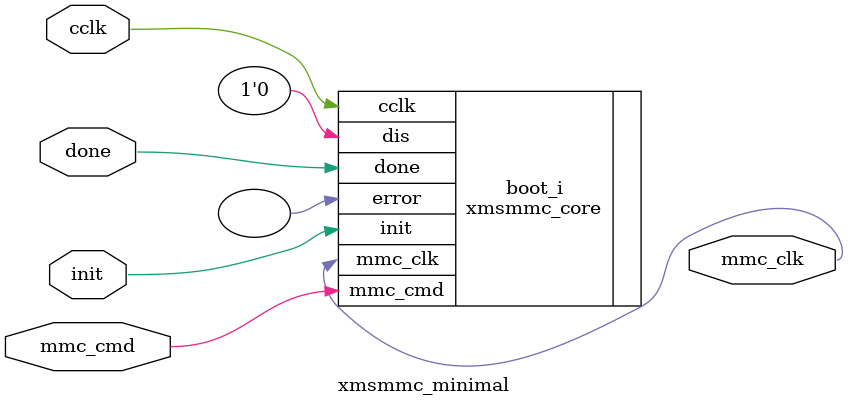
<source format=v>
`include "mmc_boot_defines.v"

module xmsmmc_minimal( cclk, done, init, mmc_cmd, mmc_clk );

// Connect to FPGA CCLK, INIT, DONE
// Init and Done need an external PULLUP Resistor!
input  cclk;
input  init; 
input  done; 

// MMC Card DAT goes to FPGA DIN
// MMC Card CS (pin 1) tie high or leave floating
// Connect to MMC Card CMD and CLK
inout  mmc_cmd;
output mmc_clk;

// Instantiate XMSMMC IP
xmsmmc_core boot_i (
    .cclk    (   cclk    ), 
    .done    (   done    ), 
    .init    (   init    ), 
    .mmc_cmd (   mmc_cmd ), 
    .mmc_clk (   mmc_clk ), 
    .dis     (   1'b0    ),  // Tristate control not used
    .error   (           )   // Error output not used
    );

endmodule

</source>
